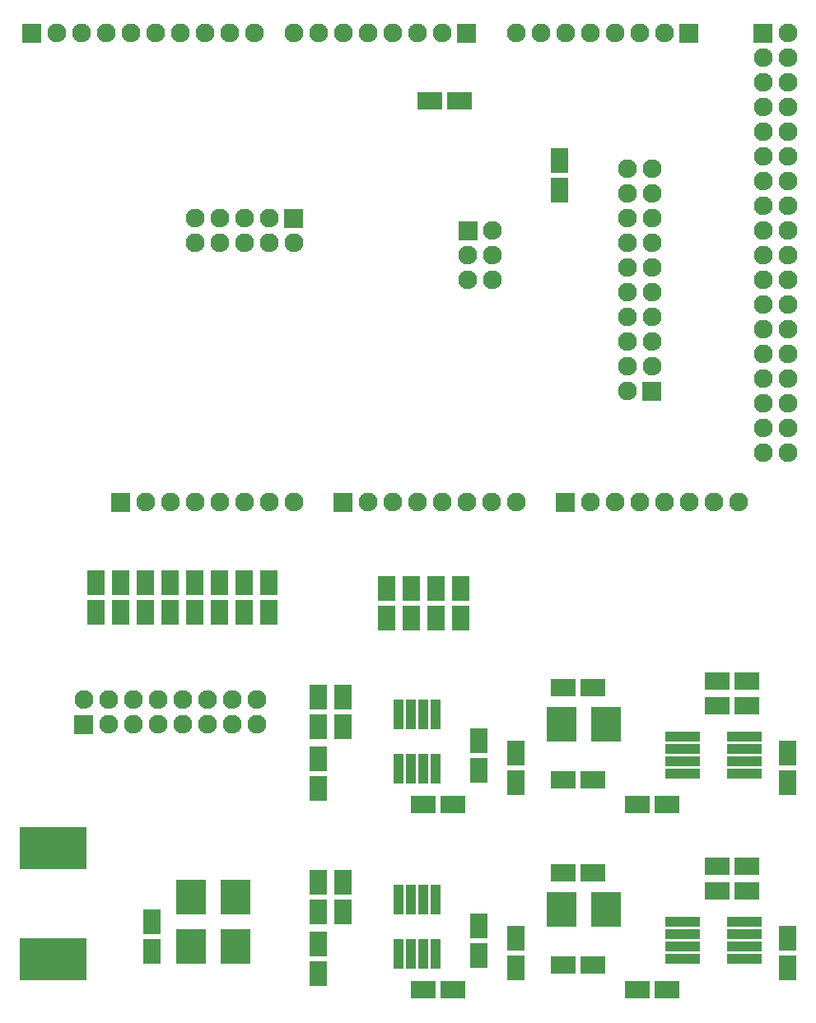
<source format=gbr>
G04 start of page 6 for group -4063 idx -4063 *
G04 Title: (unknown), componentmask *
G04 Creator: pcb 20140316 *
G04 CreationDate: Wed 12 Dec 2018 10:26:37 PM GMT UTC *
G04 For: thomasc *
G04 Format: Gerber/RS-274X *
G04 PCB-Dimensions (mil): 3750.00 5000.00 *
G04 PCB-Coordinate-Origin: lower left *
%MOIN*%
%FSLAX25Y25*%
%LNTOPMASK*%
%ADD46R,0.1200X0.1200*%
%ADD45R,0.1700X0.1700*%
%ADD44R,0.0400X0.0400*%
%ADD43R,0.0700X0.0700*%
%ADD42C,0.0001*%
%ADD41C,0.0760*%
G54D41*X260000Y430000D03*
X270000D03*
X250000D03*
X240000D03*
G54D42*G36*
X296200Y433800D02*Y426200D01*
X303800D01*
Y433800D01*
X296200D01*
G37*
G54D41*X280000Y430000D03*
X290000D03*
X230000D03*
G54D42*G36*
X206200Y433800D02*Y426200D01*
X213800D01*
Y433800D01*
X206200D01*
G37*
G54D41*X200000Y430000D03*
X180000D03*
X190000D03*
G54D42*G36*
X326200Y433800D02*Y426200D01*
X333800D01*
Y433800D01*
X326200D01*
G37*
G54D41*X340000Y420000D03*
X330000D03*
X340000Y430000D03*
Y410000D03*
X330000D03*
X340000Y400000D03*
X170000Y430000D03*
X160000D03*
X150000D03*
X140000D03*
X84000D03*
X94000D03*
X104000D03*
X114000D03*
X124000D03*
G54D42*G36*
X156200Y243800D02*Y236200D01*
X163800D01*
Y243800D01*
X156200D01*
G37*
G54D41*X170000Y240000D03*
X190000D03*
X180000D03*
X120000D03*
X130000D03*
X140000D03*
G54D42*G36*
X30200Y433800D02*Y426200D01*
X37800D01*
Y433800D01*
X30200D01*
G37*
G54D41*X74000Y430000D03*
X64000D03*
X54000D03*
X44000D03*
X140000Y345000D03*
G54D42*G36*
X136200Y358800D02*Y351200D01*
X143800D01*
Y358800D01*
X136200D01*
G37*
G54D41*X130000Y345000D03*
Y355000D03*
X120000Y345000D03*
Y355000D03*
X110000Y345000D03*
Y355000D03*
X100000Y345000D03*
Y355000D03*
G54D42*G36*
X66200Y243800D02*Y236200D01*
X73800D01*
Y243800D01*
X66200D01*
G37*
G54D41*X110000Y240000D03*
X100000D03*
X90000D03*
X80000D03*
X55000Y160000D03*
G54D42*G36*
X51200Y153800D02*Y146200D01*
X58800D01*
Y153800D01*
X51200D01*
G37*
G54D41*X65000Y160000D03*
Y150000D03*
X75000Y160000D03*
X85000D03*
X95000D03*
X105000D03*
X115000D03*
X125000D03*
X75000Y150000D03*
X85000D03*
X95000D03*
X105000D03*
X115000D03*
X125000D03*
G54D42*G36*
X246200Y243800D02*Y236200D01*
X253800D01*
Y243800D01*
X246200D01*
G37*
G54D41*X270000Y240000D03*
X260000D03*
X290000D03*
X280000D03*
X300000D03*
X310000D03*
X320000D03*
X200000D03*
X210000D03*
X220000D03*
X230000D03*
X330000Y400000D03*
Y390000D03*
Y380000D03*
X340000Y390000D03*
Y380000D03*
Y370000D03*
Y360000D03*
Y350000D03*
Y340000D03*
X330000Y370000D03*
Y360000D03*
Y350000D03*
Y340000D03*
X340000Y330000D03*
X330000D03*
Y320000D03*
Y310000D03*
X340000Y320000D03*
Y310000D03*
Y300000D03*
Y290000D03*
Y280000D03*
Y270000D03*
X330000Y300000D03*
Y290000D03*
Y280000D03*
Y270000D03*
X340000Y260000D03*
X330000D03*
X275000Y285000D03*
G54D42*G36*
X281200Y288800D02*Y281200D01*
X288800D01*
Y288800D01*
X281200D01*
G37*
G54D41*X275000Y295000D03*
X285000D03*
X275000Y305000D03*
X285000D03*
X275000Y315000D03*
X285000D03*
X220500Y350000D03*
Y340000D03*
Y330000D03*
G54D42*G36*
X206700Y353800D02*Y346200D01*
X214300D01*
Y353800D01*
X206700D01*
G37*
G54D41*X210500Y340000D03*
Y330000D03*
X275000Y325000D03*
X285000D03*
X275000Y335000D03*
X285000D03*
Y345000D03*
Y355000D03*
Y365000D03*
Y375000D03*
X275000Y345000D03*
Y355000D03*
Y365000D03*
Y375000D03*
G54D43*X150000Y75500D02*Y72500D01*
Y87500D02*Y84500D01*
X160000Y75500D02*Y72500D01*
Y87500D02*Y84500D01*
X150000Y62500D02*Y59500D01*
G54D44*X197500Y61000D02*Y53000D01*
X192500Y61000D02*Y53000D01*
X187500Y61000D02*Y53000D01*
X192500Y83000D02*Y75000D01*
X187500Y83000D02*Y75000D01*
G54D43*X191000Y42500D02*X194000D01*
G54D44*X197500Y83000D02*Y75000D01*
G54D43*X215000Y58000D02*Y55000D01*
Y70000D02*Y67000D01*
X203000Y42500D02*X206000D01*
X150000Y50500D02*Y47500D01*
G54D45*X37500Y55000D02*X47500D01*
G54D43*X82500Y59500D02*Y56500D01*
G54D46*X98500Y61000D02*Y59000D01*
X116500Y61000D02*Y59000D01*
G54D45*X37500Y100000D02*X47500D01*
G54D43*X82500Y71500D02*Y68500D01*
G54D46*X98500Y81000D02*Y79000D01*
X116500Y81000D02*Y79000D01*
G54D44*X182500Y83000D02*Y75000D01*
Y61000D02*Y53000D01*
Y158000D02*Y150000D01*
Y136000D02*Y128000D01*
G54D43*X150000Y150500D02*Y147500D01*
Y162500D02*Y159500D01*
X160000Y150500D02*Y147500D01*
Y162500D02*Y159500D01*
X150000Y125500D02*Y122500D01*
Y137500D02*Y134500D01*
G54D44*X197500Y136000D02*Y128000D01*
G54D43*X215000Y133000D02*Y130000D01*
Y145000D02*Y142000D01*
X203000Y117500D02*X206000D01*
G54D44*X192500Y136000D02*Y128000D01*
G54D43*X191000Y117500D02*X194000D01*
G54D44*X187500Y136000D02*Y128000D01*
X197500Y158000D02*Y150000D01*
X192500Y158000D02*Y150000D01*
X187500Y158000D02*Y150000D01*
G54D43*X80000Y209000D02*Y206000D01*
X60000Y209000D02*Y206000D01*
X90000Y209000D02*Y206000D01*
X80000Y197000D02*Y194000D01*
X60000Y197000D02*Y194000D01*
X90000Y197000D02*Y194000D01*
X110000Y197000D02*Y194000D01*
X100000Y197000D02*Y194000D01*
X120000Y197000D02*Y194000D01*
X70000Y209000D02*Y206000D01*
Y197000D02*Y194000D01*
X110000Y209000D02*Y206000D01*
X100000Y209000D02*Y206000D01*
X120000Y209000D02*Y206000D01*
X130000Y209000D02*Y206000D01*
Y197000D02*Y194000D01*
X177500Y206500D02*Y203500D01*
Y194500D02*Y191500D01*
X187500Y206500D02*Y203500D01*
Y194500D02*Y191500D01*
X197500Y206500D02*Y203500D01*
Y194500D02*Y191500D01*
X207500Y206500D02*Y203500D01*
Y194500D02*Y191500D01*
X193500Y402500D02*X196500D01*
X205500D02*X208500D01*
X247500Y380000D02*Y377000D01*
Y368000D02*Y365000D01*
G54D44*X292500Y55000D02*X302500D01*
X292500Y60000D02*X302500D01*
X292500Y65000D02*X302500D01*
X292500Y70000D02*X302500D01*
X317500Y55000D02*X327500D01*
X317500Y60000D02*X327500D01*
X317500Y65000D02*X327500D01*
G54D43*X340000Y53000D02*Y50000D01*
Y65000D02*Y62000D01*
G54D44*X317500Y70000D02*X327500D01*
G54D43*X310000Y82500D02*X313000D01*
X322000D02*X325000D01*
X310000Y92500D02*X313000D01*
X322000D02*X325000D01*
X247500Y52500D02*X250500D01*
X259500D02*X262500D01*
X277500Y42500D02*X280500D01*
X289500D02*X292500D01*
X230000Y53000D02*Y50000D01*
G54D46*X266500Y76000D02*Y74000D01*
G54D43*X259500Y90000D02*X262500D01*
G54D46*X248500Y76000D02*Y74000D01*
G54D43*X247500Y90000D02*X250500D01*
X230000Y65000D02*Y62000D01*
G54D44*X292500Y130000D02*X302500D01*
X292500Y135000D02*X302500D01*
X292500Y140000D02*X302500D01*
G54D43*X277500Y117500D02*X280500D01*
X289500D02*X292500D01*
G54D46*X266500Y151000D02*Y149000D01*
X248500Y151000D02*Y149000D01*
G54D43*X247500Y165000D02*X250500D01*
X259500D02*X262500D01*
X230000Y140000D02*Y137000D01*
G54D44*X317500Y130000D02*X327500D01*
G54D43*X247500Y127500D02*X250500D01*
X259500D02*X262500D01*
X340000Y128000D02*Y125000D01*
X230000Y128000D02*Y125000D01*
G54D44*X317500Y135000D02*X327500D01*
X317500Y140000D02*X327500D01*
X317500Y145000D02*X327500D01*
G54D43*X322000Y157500D02*X325000D01*
X340000Y140000D02*Y137000D01*
G54D44*X292500Y145000D02*X302500D01*
G54D43*X310000Y157500D02*X313000D01*
X310000Y167500D02*X313000D01*
X322000D02*X325000D01*
M02*

</source>
